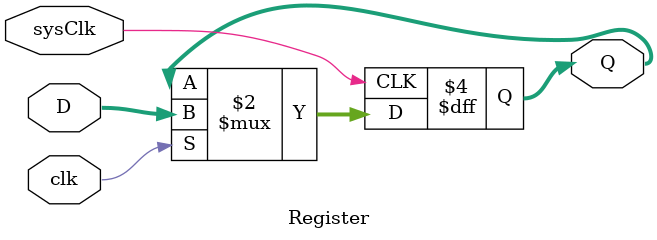
<source format=sv>
`timescale 1ns / 1ps
/* GOAL: Create a design that takes a byte of input and pushes it to output when clocked.
 *
 * sysClk is the clock created from the Blackboard FPGA, and clk is a slow clock from a clock
 *      divider module
 * D is the input to push to Q
 *
 * Created by: MorphoCH22
 * Board used: RealDigital Blackboard (Xilinx XC7007S ZYNQ)
 */
 
module Register(
        input [7:0] D,
        input sysClk, clk,
        output reg [7:0] Q
    );
     
always @(posedge(sysClk)) begin
    if (clk)
        Q <= D;
end
endmodule
</source>
